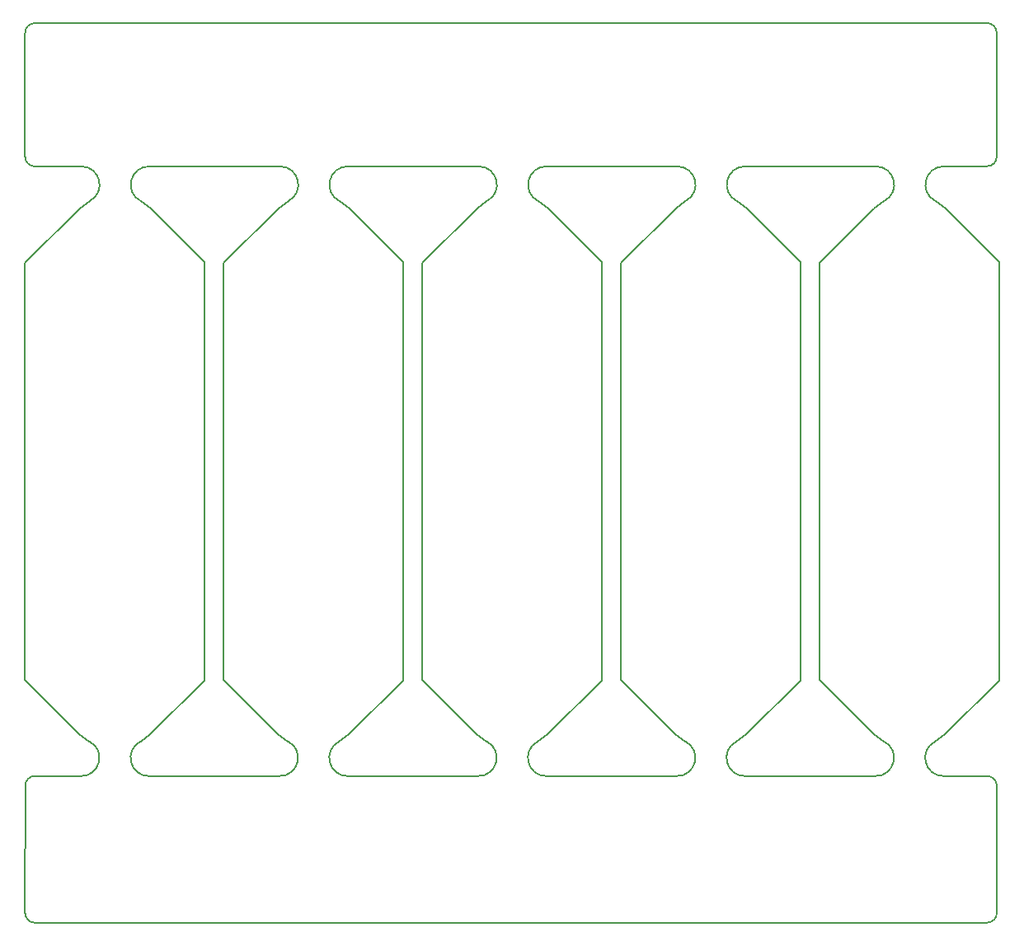
<source format=gm1>
G04 #@! TF.GenerationSoftware,KiCad,Pcbnew,6.0.1-79c1e3a40b~116~ubuntu20.04.1*
G04 #@! TF.CreationDate,2022-01-18T16:31:28+01:00*
G04 #@! TF.ProjectId,5xNano_GPIB,35784e61-6e6f-45f4-9750-49422e6b6963,rev?*
G04 #@! TF.SameCoordinates,Original*
G04 #@! TF.FileFunction,Profile,NP*
%FSLAX46Y46*%
G04 Gerber Fmt 4.6, Leading zero omitted, Abs format (unit mm)*
G04 Created by KiCad (PCBNEW 6.0.1-79c1e3a40b~116~ubuntu20.04.1) date 2022-01-18 16:31:28*
%MOMM*%
%LPD*%
G01*
G04 APERTURE LIST*
G04 #@! TA.AperFunction,Profile*
%ADD10C,0.150000*%
G04 #@! TD*
G04 APERTURE END LIST*
D10*
X138830000Y-132290000D02*
G75*
G03*
X139710000Y-128730000I30879J1881131D01*
G01*
X146020074Y-73948030D02*
X151537000Y-79442000D01*
X159089926Y-127993941D02*
X153517000Y-122410549D01*
X72927107Y-132287107D02*
G75*
G03*
X71927107Y-133287107I-1J-999999D01*
G01*
X97925926Y-73948030D02*
X92317000Y-79552000D01*
X98030000Y-132290000D02*
G75*
G03*
X98910000Y-128730000I30879J1881131D01*
G01*
X72917107Y-69650000D02*
X77652706Y-69652313D01*
X145984074Y-127993941D02*
X151536803Y-122454918D01*
X139710000Y-128730000D02*
X138689926Y-127993941D01*
X105080000Y-69651971D02*
G75*
G03*
X104200000Y-73211971I-30879J-1881131D01*
G01*
X83800000Y-73211971D02*
X84820074Y-73948030D01*
X71917000Y-122410549D02*
X71917000Y-79552000D01*
X125584074Y-127993941D02*
X131136803Y-122454918D01*
X171692893Y-55927107D02*
G75*
G03*
X170692893Y-54927107I-999999J1D01*
G01*
X166280000Y-69651971D02*
X170700000Y-69637107D01*
X125620074Y-73948030D02*
X131137000Y-79442000D01*
X84657294Y-132289658D02*
X98030000Y-132290000D01*
X124577294Y-128729659D02*
G75*
G03*
X125457294Y-132289658I849117J-1678869D01*
G01*
X138689926Y-127993941D02*
X133117000Y-122410549D01*
X153517000Y-122410549D02*
X153517000Y-79552000D01*
X166384074Y-127993941D02*
X171936803Y-122454918D01*
X97889926Y-127993941D02*
X92317000Y-122410549D01*
X84680000Y-69651971D02*
X98052706Y-69652313D01*
X171692893Y-55927107D02*
X171700000Y-68637107D01*
X170700000Y-69637107D02*
G75*
G03*
X171700000Y-68637107I1J999999D01*
G01*
X125480000Y-69651971D02*
G75*
G03*
X124600000Y-73211971I-30879J-1881131D01*
G01*
X98932706Y-73212312D02*
G75*
G03*
X98052706Y-69652313I-849117J1678869D01*
G01*
X78532706Y-73212312D02*
G75*
G03*
X77652706Y-69652313I-849117J1678869D01*
G01*
X166420074Y-73948030D02*
X171937000Y-79442000D01*
X139732706Y-73212313D02*
X138725926Y-73948030D01*
X119332706Y-73212313D02*
X118325926Y-73948030D01*
X124577294Y-128729658D02*
X125584074Y-127993941D01*
X77525926Y-73948030D02*
X71917000Y-79552000D01*
X78532706Y-73212313D02*
X77525926Y-73948030D01*
X71917107Y-68650000D02*
G75*
G03*
X72917107Y-69650000I999999J-1D01*
G01*
X84784074Y-127993941D02*
X90336803Y-122454918D01*
X159230000Y-132290000D02*
G75*
G03*
X160110000Y-128730000I30879J1881131D01*
G01*
X124600000Y-73211971D02*
X125620074Y-73948030D01*
X71917107Y-55937107D02*
X71917107Y-68650000D01*
X171702893Y-133287107D02*
G75*
G03*
X170702893Y-132287107I-999999J1D01*
G01*
X165377294Y-128729659D02*
G75*
G03*
X166257294Y-132289658I849117J-1678869D01*
G01*
X118325926Y-73948030D02*
X112717000Y-79552000D01*
X145880000Y-69651971D02*
G75*
G03*
X145000000Y-73211971I-30879J-1881131D01*
G01*
X145857294Y-132289658D02*
X159230000Y-132290000D01*
X160132706Y-73212312D02*
G75*
G03*
X159252706Y-69652313I-849117J1678869D01*
G01*
X118289926Y-127993941D02*
X112717000Y-122410549D01*
X98910000Y-128730000D02*
X97889926Y-127993941D01*
X77489926Y-127993941D02*
X71917000Y-122410549D01*
X138725926Y-73948030D02*
X133117000Y-79552000D01*
X104200000Y-73211971D02*
X105220074Y-73948030D01*
X125480000Y-69651971D02*
X138852706Y-69652313D01*
X90336803Y-122454918D02*
X90337000Y-79442000D01*
X145000000Y-73211971D02*
X146020074Y-73948030D01*
X78510000Y-128730000D02*
X77489926Y-127993941D01*
X170702893Y-147352893D02*
G75*
G03*
X171702893Y-146352893I1J999999D01*
G01*
X92317000Y-122410549D02*
X92317000Y-79552000D01*
X105220074Y-73948030D02*
X110737000Y-79442000D01*
X151536803Y-122454918D02*
X151537000Y-79442000D01*
X83777294Y-128729659D02*
G75*
G03*
X84657294Y-132289658I849117J-1678869D01*
G01*
X160110000Y-128730000D02*
X159089926Y-127993941D01*
X83777294Y-128729658D02*
X84784074Y-127993941D01*
X105080000Y-69651971D02*
X118452706Y-69652313D01*
X159125926Y-73948030D02*
X153517000Y-79552000D01*
X133117000Y-122410549D02*
X133117000Y-79552000D01*
X105057294Y-132289658D02*
X118430000Y-132290000D01*
X144977294Y-128729659D02*
G75*
G03*
X145857294Y-132289658I849117J-1678869D01*
G01*
X171936803Y-122454918D02*
X171937000Y-79442000D01*
X160132706Y-73212313D02*
X159125926Y-73948030D01*
X166280000Y-69651971D02*
G75*
G03*
X165400000Y-73211971I-30879J-1881131D01*
G01*
X119332706Y-73212312D02*
G75*
G03*
X118452706Y-69652313I-849117J1678869D01*
G01*
X105184074Y-127993941D02*
X110736803Y-122454918D01*
X171702893Y-133287107D02*
X171702893Y-146352893D01*
X84820074Y-73948030D02*
X90337000Y-79442000D01*
X125457294Y-132289658D02*
X138830000Y-132290000D01*
X104177294Y-128729658D02*
X105184074Y-127993941D01*
X84680000Y-69651971D02*
G75*
G03*
X83800000Y-73211971I-30879J-1881131D01*
G01*
X165400000Y-73211971D02*
X166420074Y-73948030D01*
X145880000Y-69651971D02*
X159252706Y-69652313D01*
X72917107Y-54937107D02*
G75*
G03*
X71917107Y-55937107I-1J-999999D01*
G01*
X72917107Y-147362893D02*
X170702893Y-147352893D01*
X112717000Y-122410549D02*
X112717000Y-79552000D01*
X118430000Y-132290000D02*
G75*
G03*
X119310000Y-128730000I30879J1881131D01*
G01*
X72927107Y-132287107D02*
X77630000Y-132290000D01*
X166257294Y-132289658D02*
X170702893Y-132287107D01*
X71917107Y-146362893D02*
G75*
G03*
X72917107Y-147362893I999999J-1D01*
G01*
X72917107Y-54937107D02*
X170692893Y-54927107D01*
X139732706Y-73212312D02*
G75*
G03*
X138852706Y-69652313I-849117J1678869D01*
G01*
X104177294Y-128729659D02*
G75*
G03*
X105057294Y-132289658I849117J-1678869D01*
G01*
X98932706Y-73212313D02*
X97925926Y-73948030D01*
X131136803Y-122454918D02*
X131137000Y-79442000D01*
X71927107Y-133287107D02*
X71917107Y-146362893D01*
X119310000Y-128730000D02*
X118289926Y-127993941D01*
X110736803Y-122454918D02*
X110737000Y-79442000D01*
X144977294Y-128729658D02*
X145984074Y-127993941D01*
X165377294Y-128729658D02*
X166384074Y-127993941D01*
X77630000Y-132290000D02*
G75*
G03*
X78510000Y-128730000I30879J1881131D01*
G01*
M02*

</source>
